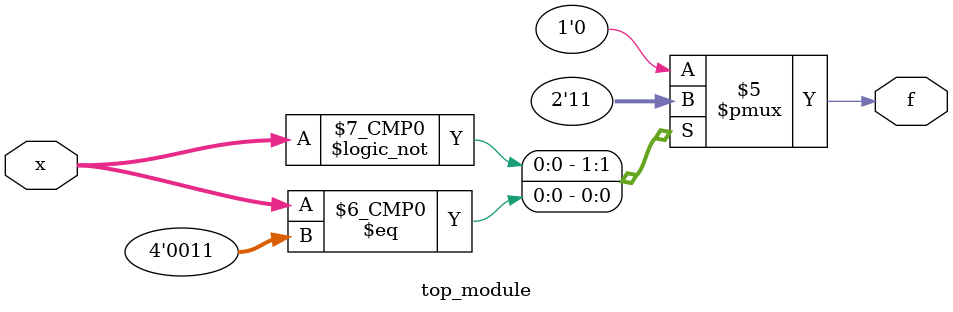
<source format=sv>
module top_module (
	input [4:1] x,
	output logic f
);

always_comb begin
	case(x)
		4'b0000: f = 1'b1;
		4'b0001: f = 1'b0;
		4'b0011: f = 1'b1;
		4'b0110: f = 1'b0;
		4'b1110: f = 1'b0;
		default: f = 1'b0;
	endcase
end

endmodule

</source>
